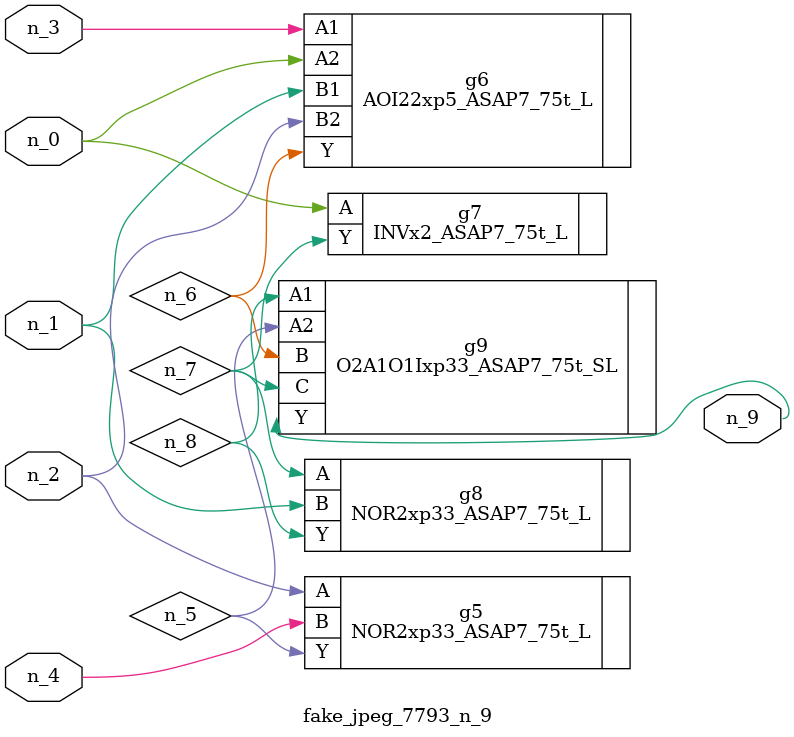
<source format=v>
module fake_jpeg_7793_n_9 (n_3, n_2, n_1, n_0, n_4, n_9);

input n_3;
input n_2;
input n_1;
input n_0;
input n_4;

output n_9;

wire n_8;
wire n_6;
wire n_5;
wire n_7;

NOR2xp33_ASAP7_75t_L g5 ( 
.A(n_2),
.B(n_4),
.Y(n_5)
);

AOI22xp5_ASAP7_75t_L g6 ( 
.A1(n_3),
.A2(n_0),
.B1(n_1),
.B2(n_2),
.Y(n_6)
);

INVx2_ASAP7_75t_L g7 ( 
.A(n_0),
.Y(n_7)
);

NOR2xp33_ASAP7_75t_L g8 ( 
.A(n_7),
.B(n_1),
.Y(n_8)
);

O2A1O1Ixp33_ASAP7_75t_SL g9 ( 
.A1(n_8),
.A2(n_5),
.B(n_6),
.C(n_7),
.Y(n_9)
);


endmodule
</source>
